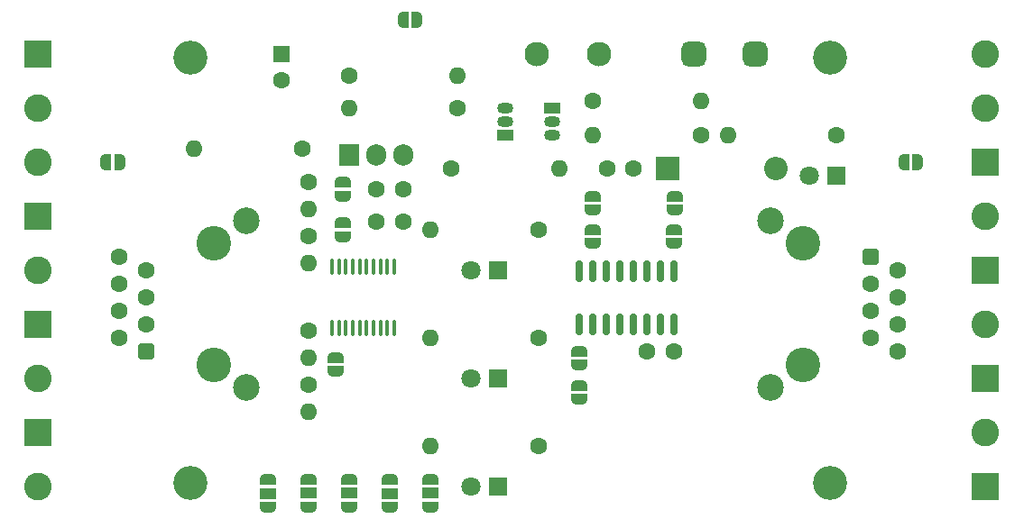
<source format=gts>
%TF.GenerationSoftware,KiCad,Pcbnew,(6.0.11)*%
%TF.CreationDate,2024-10-13T21:18:45+03:00*%
%TF.ProjectId,sincos_interpolator,73696e63-6f73-45f6-996e-746572706f6c,rev?*%
%TF.SameCoordinates,Original*%
%TF.FileFunction,Soldermask,Top*%
%TF.FilePolarity,Negative*%
%FSLAX46Y46*%
G04 Gerber Fmt 4.6, Leading zero omitted, Abs format (unit mm)*
G04 Created by KiCad (PCBNEW (6.0.11)) date 2024-10-13 21:18:45*
%MOMM*%
%LPD*%
G01*
G04 APERTURE LIST*
G04 Aperture macros list*
%AMRoundRect*
0 Rectangle with rounded corners*
0 $1 Rounding radius*
0 $2 $3 $4 $5 $6 $7 $8 $9 X,Y pos of 4 corners*
0 Add a 4 corners polygon primitive as box body*
4,1,4,$2,$3,$4,$5,$6,$7,$8,$9,$2,$3,0*
0 Add four circle primitives for the rounded corners*
1,1,$1+$1,$2,$3*
1,1,$1+$1,$4,$5*
1,1,$1+$1,$6,$7*
1,1,$1+$1,$8,$9*
0 Add four rect primitives between the rounded corners*
20,1,$1+$1,$2,$3,$4,$5,0*
20,1,$1+$1,$4,$5,$6,$7,0*
20,1,$1+$1,$6,$7,$8,$9,0*
20,1,$1+$1,$8,$9,$2,$3,0*%
%AMFreePoly0*
4,1,22,0.500000,-0.750000,0.000000,-0.750000,0.000000,-0.745033,-0.079941,-0.743568,-0.215256,-0.701293,-0.333266,-0.622738,-0.424486,-0.514219,-0.481581,-0.384460,-0.499164,-0.250000,-0.500000,-0.250000,-0.500000,0.250000,-0.499164,0.250000,-0.499963,0.256109,-0.478152,0.396186,-0.417904,0.524511,-0.324060,0.630769,-0.204165,0.706417,-0.067858,0.745374,0.000000,0.744959,0.000000,0.750000,
0.500000,0.750000,0.500000,-0.750000,0.500000,-0.750000,$1*%
%AMFreePoly1*
4,1,20,0.000000,0.744959,0.073905,0.744508,0.209726,0.703889,0.328688,0.626782,0.421226,0.519385,0.479903,0.390333,0.500000,0.250000,0.500000,-0.250000,0.499851,-0.262216,0.476331,-0.402017,0.414519,-0.529596,0.319384,-0.634700,0.198574,-0.708877,0.061801,-0.746166,0.000000,-0.745033,0.000000,-0.750000,-0.500000,-0.750000,-0.500000,0.750000,0.000000,0.750000,0.000000,0.744959,
0.000000,0.744959,$1*%
%AMFreePoly2*
4,1,22,0.550000,-0.750000,0.000000,-0.750000,0.000000,-0.745033,-0.079941,-0.743568,-0.215256,-0.701293,-0.333266,-0.622738,-0.424486,-0.514219,-0.481581,-0.384460,-0.499164,-0.250000,-0.500000,-0.250000,-0.500000,0.250000,-0.499164,0.250000,-0.499963,0.256109,-0.478152,0.396186,-0.417904,0.524511,-0.324060,0.630769,-0.204165,0.706417,-0.067858,0.745374,0.000000,0.744959,0.000000,0.750000,
0.550000,0.750000,0.550000,-0.750000,0.550000,-0.750000,$1*%
%AMFreePoly3*
4,1,20,0.000000,0.744959,0.073905,0.744508,0.209726,0.703889,0.328688,0.626782,0.421226,0.519385,0.479903,0.390333,0.500000,0.250000,0.500000,-0.250000,0.499851,-0.262216,0.476331,-0.402017,0.414519,-0.529596,0.319384,-0.634700,0.198574,-0.708877,0.061801,-0.746166,0.000000,-0.745033,0.000000,-0.750000,-0.550000,-0.750000,-0.550000,0.750000,0.000000,0.750000,0.000000,0.744959,
0.000000,0.744959,$1*%
G04 Aperture macros list end*
%ADD10FreePoly0,270.000000*%
%ADD11FreePoly1,270.000000*%
%ADD12C,3.200000*%
%ADD13FreePoly2,270.000000*%
%ADD14R,1.500000X1.000000*%
%ADD15FreePoly3,270.000000*%
%ADD16C,1.600000*%
%ADD17O,1.600000X1.600000*%
%ADD18R,1.905000X2.000000*%
%ADD19O,1.905000X2.000000*%
%ADD20FreePoly0,0.000000*%
%ADD21FreePoly1,0.000000*%
%ADD22R,2.600000X2.600000*%
%ADD23C,2.600000*%
%ADD24R,1.800000X1.800000*%
%ADD25C,1.800000*%
%ADD26FreePoly0,90.000000*%
%ADD27FreePoly1,90.000000*%
%ADD28R,1.500000X1.050000*%
%ADD29O,1.500000X1.050000*%
%ADD30RoundRect,0.100000X0.100000X-0.637500X0.100000X0.637500X-0.100000X0.637500X-0.100000X-0.637500X0*%
%ADD31FreePoly0,180.000000*%
%ADD32FreePoly1,180.000000*%
%ADD33R,1.600000X1.600000*%
%ADD34RoundRect,0.150000X-0.150000X0.825000X-0.150000X-0.825000X0.150000X-0.825000X0.150000X0.825000X0*%
%ADD35C,3.250000*%
%ADD36RoundRect,0.400000X-0.400000X-0.400000X0.400000X-0.400000X0.400000X0.400000X-0.400000X0.400000X0*%
%ADD37C,2.500000*%
%ADD38RoundRect,0.400000X0.400000X0.400000X-0.400000X0.400000X-0.400000X-0.400000X0.400000X-0.400000X0*%
%ADD39R,2.200000X2.200000*%
%ADD40O,2.200000X2.200000*%
%ADD41RoundRect,0.575000X0.575000X0.575000X-0.575000X0.575000X-0.575000X-0.575000X0.575000X-0.575000X0*%
%ADD42C,2.300000*%
G04 APERTURE END LIST*
D10*
%TO.C,JP32*%
X176530000Y-134635000D03*
D11*
X176530000Y-135935000D03*
%TD*%
D12*
%TO.C,H2*%
X140000000Y-147000000D03*
%TD*%
D13*
%TO.C,JP5*%
X154940000Y-146655000D03*
D14*
X154940000Y-147955000D03*
D15*
X154940000Y-149255000D03*
%TD*%
D16*
%TO.C,R8*%
X164465000Y-117475000D03*
D17*
X174625000Y-117475000D03*
%TD*%
D18*
%TO.C,Q1*%
X154940000Y-116205000D03*
D19*
X157480000Y-116205000D03*
X160020000Y-116205000D03*
%TD*%
D20*
%TO.C,JP9*%
X132080000Y-116840000D03*
D21*
X133380000Y-116840000D03*
%TD*%
D22*
%TO.C,J11*%
X125730000Y-121920000D03*
D23*
X125730000Y-127000000D03*
%TD*%
D13*
%TO.C,JP1*%
X151130000Y-146655000D03*
D14*
X151130000Y-147955000D03*
D15*
X151130000Y-149255000D03*
%TD*%
D24*
%TO.C,D2*%
X200660000Y-118110000D03*
D25*
X198120000Y-118110000D03*
%TD*%
D16*
%TO.C,R13*%
X172720000Y-123190000D03*
D17*
X162560000Y-123190000D03*
%TD*%
D24*
%TO.C,D21*%
X168910000Y-137160000D03*
D25*
X166370000Y-137160000D03*
%TD*%
D22*
%TO.C,J21*%
X125730000Y-132080000D03*
D23*
X125730000Y-137160000D03*
%TD*%
D16*
%TO.C,C5*%
X182880000Y-134620000D03*
X185380000Y-134620000D03*
%TD*%
D12*
%TO.C,H3*%
X200000000Y-107000000D03*
%TD*%
%TO.C,H1*%
X140000000Y-107000000D03*
%TD*%
D22*
%TO.C,J12*%
X214630000Y-127000000D03*
D23*
X214630000Y-121920000D03*
%TD*%
D16*
%TO.C,R1*%
X200660000Y-114300000D03*
D17*
X190500000Y-114300000D03*
%TD*%
D26*
%TO.C,JP23*%
X177800000Y-121330000D03*
D27*
X177800000Y-120030000D03*
%TD*%
D16*
%TO.C,R6*%
X177800000Y-111125000D03*
D17*
X187960000Y-111125000D03*
%TD*%
D22*
%TO.C,J2*%
X125730000Y-106680000D03*
D23*
X125730000Y-111760000D03*
X125730000Y-116840000D03*
%TD*%
D16*
%TO.C,R7*%
X187960000Y-114300000D03*
D17*
X177800000Y-114300000D03*
%TD*%
D16*
%TO.C,C6*%
X181610000Y-117475000D03*
X179110000Y-117475000D03*
%TD*%
D13*
%TO.C,JP4*%
X158750000Y-146685000D03*
D14*
X158750000Y-147985000D03*
D15*
X158750000Y-149285000D03*
%TD*%
D16*
%TO.C,C3*%
X157480000Y-122428000D03*
X159980000Y-122428000D03*
%TD*%
D28*
%TO.C,Q2*%
X169545000Y-114300000D03*
D29*
X169545000Y-113030000D03*
X169545000Y-111760000D03*
%TD*%
D30*
%TO.C,U1*%
X153285000Y-132402500D03*
X153935000Y-132402500D03*
X154585000Y-132402500D03*
X155235000Y-132402500D03*
X155885000Y-132402500D03*
X156535000Y-132402500D03*
X157185000Y-132402500D03*
X157835000Y-132402500D03*
X158485000Y-132402500D03*
X159135000Y-132402500D03*
X159135000Y-126677500D03*
X158485000Y-126677500D03*
X157835000Y-126677500D03*
X157185000Y-126677500D03*
X156535000Y-126677500D03*
X155885000Y-126677500D03*
X155235000Y-126677500D03*
X154585000Y-126677500D03*
X153935000Y-126677500D03*
X153285000Y-126677500D03*
%TD*%
D22*
%TO.C,J22*%
X214630000Y-137160000D03*
D23*
X214630000Y-132080000D03*
%TD*%
D22*
%TO.C,J31*%
X125730000Y-142240000D03*
D23*
X125730000Y-147320000D03*
%TD*%
D16*
%TO.C,C4*%
X157480000Y-119380000D03*
X159980000Y-119380000D03*
%TD*%
D31*
%TO.C,JP8*%
X161290000Y-103505000D03*
D32*
X159990000Y-103505000D03*
%TD*%
D10*
%TO.C,JP33*%
X176530000Y-137825000D03*
D11*
X176530000Y-139125000D03*
%TD*%
D22*
%TO.C,J1*%
X214630000Y-116840000D03*
D23*
X214630000Y-111760000D03*
X214630000Y-106680000D03*
%TD*%
D33*
%TO.C,C1*%
X148590000Y-106680000D03*
D16*
X148590000Y-109180000D03*
%TD*%
D13*
%TO.C,JP2*%
X147320000Y-146685000D03*
D14*
X147320000Y-147985000D03*
D15*
X147320000Y-149285000D03*
%TD*%
D34*
%TO.C,U2*%
X185420000Y-127095000D03*
X184150000Y-127095000D03*
X182880000Y-127095000D03*
X181610000Y-127095000D03*
X180340000Y-127095000D03*
X179070000Y-127095000D03*
X177800000Y-127095000D03*
X176530000Y-127095000D03*
X176530000Y-132045000D03*
X177800000Y-132045000D03*
X179070000Y-132045000D03*
X180340000Y-132045000D03*
X181610000Y-132045000D03*
X182880000Y-132045000D03*
X184150000Y-132045000D03*
X185420000Y-132045000D03*
%TD*%
D28*
%TO.C,U3*%
X173990000Y-111760000D03*
D29*
X173990000Y-113030000D03*
X173990000Y-114300000D03*
%TD*%
D12*
%TO.C,H4*%
X200000000Y-147000000D03*
%TD*%
D16*
%TO.C,R22*%
X151130000Y-137795000D03*
D17*
X151130000Y-140335000D03*
%TD*%
D16*
%TO.C,R4*%
X154940000Y-108750000D03*
D17*
X165100000Y-108750000D03*
%TD*%
D16*
%TO.C,R3*%
X150495000Y-115570000D03*
D17*
X140335000Y-115570000D03*
%TD*%
D35*
%TO.C,J3*%
X142240000Y-135890000D03*
X142240000Y-124460000D03*
D36*
X135890000Y-134620000D03*
D16*
X133350000Y-133350000D03*
X135890000Y-132080000D03*
X133350000Y-130810000D03*
X135890000Y-129540000D03*
X133350000Y-128270000D03*
X135890000Y-127000000D03*
X133350000Y-125730000D03*
D37*
X145290000Y-122375000D03*
X145290000Y-137975000D03*
%TD*%
D10*
%TO.C,JP6*%
X154305000Y-118745000D03*
D11*
X154305000Y-120045000D03*
%TD*%
D16*
%TO.C,R11*%
X151130000Y-118745000D03*
D17*
X151130000Y-121285000D03*
%TD*%
D31*
%TO.C,JP7*%
X208280000Y-116840000D03*
D32*
X206980000Y-116840000D03*
%TD*%
D35*
%TO.C,J4*%
X197485000Y-135890000D03*
X197485000Y-124460000D03*
D38*
X203835000Y-125730000D03*
D16*
X206375000Y-127000000D03*
X203835000Y-128270000D03*
X206375000Y-129540000D03*
X203835000Y-130810000D03*
X206375000Y-132080000D03*
X203835000Y-133350000D03*
X206375000Y-134620000D03*
D37*
X194435000Y-122375000D03*
X194435000Y-137975000D03*
%TD*%
D16*
%TO.C,R12*%
X151130000Y-123825000D03*
D17*
X151130000Y-126365000D03*
%TD*%
D10*
%TO.C,JP21*%
X153670000Y-135225000D03*
D11*
X153670000Y-136525000D03*
%TD*%
D24*
%TO.C,D11*%
X168910000Y-127000000D03*
D25*
X166370000Y-127000000D03*
%TD*%
D24*
%TO.C,D31*%
X168910000Y-147320000D03*
D25*
X166370000Y-147320000D03*
%TD*%
D16*
%TO.C,R21*%
X151130000Y-132715000D03*
D17*
X151130000Y-135255000D03*
%TD*%
D26*
%TO.C,JP22*%
X177800000Y-124490000D03*
D27*
X177800000Y-123190000D03*
%TD*%
D22*
%TO.C,J32*%
X214630000Y-147320000D03*
D23*
X214630000Y-142240000D03*
%TD*%
D39*
%TO.C,D1*%
X184785000Y-117475000D03*
D40*
X194945000Y-117475000D03*
%TD*%
D16*
%TO.C,R23*%
X172720000Y-133350000D03*
D17*
X162560000Y-133350000D03*
%TD*%
D16*
%TO.C,R5*%
X165100000Y-111760000D03*
D17*
X154940000Y-111760000D03*
%TD*%
D16*
%TO.C,R33*%
X172720000Y-143510000D03*
D17*
X162560000Y-143510000D03*
%TD*%
D26*
%TO.C,JP12*%
X185420000Y-124490000D03*
D27*
X185420000Y-123190000D03*
%TD*%
D26*
%TO.C,JP11*%
X154305000Y-123855000D03*
D27*
X154305000Y-122555000D03*
%TD*%
D26*
%TO.C,JP13*%
X185450000Y-121345000D03*
D27*
X185450000Y-120045000D03*
%TD*%
D41*
%TO.C,F1*%
X193040000Y-106680000D03*
X187240000Y-106680000D03*
D42*
X178340000Y-106680000D03*
X172540000Y-106680000D03*
%TD*%
D13*
%TO.C,JP3*%
X162560000Y-146655000D03*
D14*
X162560000Y-147955000D03*
D15*
X162560000Y-149255000D03*
%TD*%
M02*

</source>
